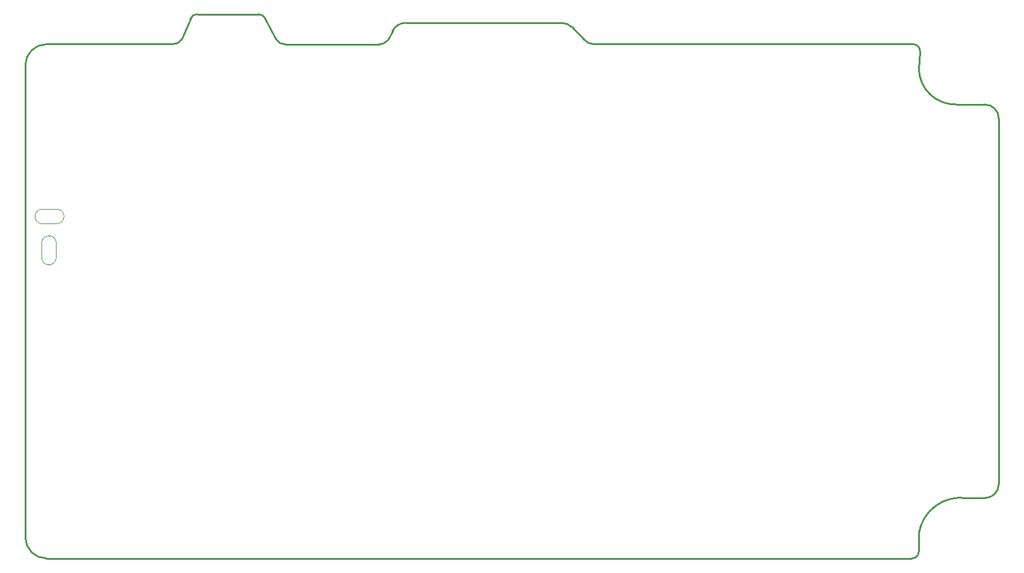
<source format=gm1>
G04 #@! TF.GenerationSoftware,KiCad,Pcbnew,8.0.6*
G04 #@! TF.CreationDate,2024-11-06T00:44:51+01:00*
G04 #@! TF.ProjectId,spider2,73706964-6572-4322-9e6b-696361645f70,rev?*
G04 #@! TF.SameCoordinates,Original*
G04 #@! TF.FileFunction,Profile,NP*
%FSLAX46Y46*%
G04 Gerber Fmt 4.6, Leading zero omitted, Abs format (unit mm)*
G04 Created by KiCad (PCBNEW 8.0.6) date 2024-11-06 00:44:51*
%MOMM*%
%LPD*%
G01*
G04 APERTURE LIST*
G04 #@! TA.AperFunction,Profile*
%ADD10C,0.254000*%
G04 #@! TD*
G04 #@! TA.AperFunction,Profile*
%ADD11C,0.100000*%
G04 #@! TD*
G04 APERTURE END LIST*
D10*
X188734215Y-29941118D02*
X189348013Y-28708495D01*
X268644600Y-39091600D02*
G75*
G02*
X263394600Y-34091600I-125000J5125000D01*
G01*
X171355423Y-26912344D02*
X172935458Y-29939998D01*
X272644600Y-39091600D02*
G75*
G02*
X274644600Y-41091600I0J-2000000D01*
G01*
X188734215Y-29941118D02*
G75*
G02*
X187470000Y-30610005I-1190015J720018D01*
G01*
X174199673Y-30608880D02*
X187470000Y-30610000D01*
X263394600Y-102091600D02*
X263394600Y-99591600D01*
X263394600Y-102091600D02*
G75*
G02*
X262394600Y-103091600I-1000000J0D01*
G01*
X160894802Y-26993677D02*
G75*
G02*
X161819244Y-26375041I924398J-381323D01*
G01*
X137644600Y-33590572D02*
G75*
G02*
X140643571Y-30590600I3000000J-28D01*
G01*
D11*
X143092894Y-54857106D02*
X143092894Y-54900000D01*
X143092894Y-54900000D02*
G75*
G02*
X142092894Y-55899994I-999994J0D01*
G01*
D10*
X270144600Y-94591600D02*
X272644600Y-94591600D01*
X159689540Y-29915593D02*
G75*
G02*
X158425325Y-30584472I-1189940J719893D01*
G01*
D11*
X139007106Y-54857106D02*
X139007106Y-54900000D01*
D10*
X159689540Y-29915593D02*
X160894802Y-26993677D01*
D11*
X140007106Y-55900000D02*
G75*
G02*
X139007100Y-54900000I-6J1000000D01*
G01*
D10*
X262570799Y-30591425D02*
G75*
G02*
X263568032Y-31662668I-199J-999975D01*
G01*
X140644600Y-103091600D02*
X262394600Y-103091600D01*
X274644600Y-92591600D02*
X274644600Y-41091600D01*
D11*
X139007106Y-54857106D02*
G75*
G02*
X140007106Y-53857106I999994J6D01*
G01*
D10*
X170468885Y-26375000D02*
G75*
G02*
X171355435Y-26912338I15J-1000000D01*
G01*
X140644600Y-103091600D02*
G75*
G02*
X137644600Y-100091600I0J3000000D01*
G01*
X217579797Y-30584101D02*
G75*
G02*
X216293038Y-29959722I26103J1691901D01*
G01*
D11*
X139949999Y-58607107D02*
G75*
G02*
X140949999Y-57607099I1000001J7D01*
G01*
D10*
X140643571Y-30590572D02*
X158425325Y-30584475D01*
D11*
X139949999Y-60692895D02*
X139949999Y-58607107D01*
X140949999Y-61692895D02*
G75*
G02*
X139950005Y-60692895I1J999995D01*
G01*
D10*
X174199673Y-30608880D02*
G75*
G02*
X172935491Y-29939978I-74173J1388880D01*
G01*
X263394600Y-99591600D02*
G75*
G02*
X270144601Y-94591600I5875000J-875000D01*
G01*
D11*
X140992893Y-57607107D02*
X140949999Y-57607107D01*
D10*
X189348013Y-28708495D02*
G75*
G02*
X191138325Y-27600023I1790287J-891505D01*
G01*
X217579797Y-30584101D02*
X262570799Y-30591425D01*
X161819244Y-26375000D02*
X170468885Y-26375000D01*
X137644600Y-33590572D02*
X137644600Y-100091600D01*
X213136100Y-27600000D02*
G75*
G02*
X214562876Y-28198461I0J-2000000D01*
G01*
X191138325Y-27600000D02*
X213136100Y-27600000D01*
X263568095Y-31662672D02*
X263394600Y-34091600D01*
D11*
X141992893Y-60692895D02*
X141992893Y-58607107D01*
X141992893Y-60692895D02*
G75*
G02*
X140992893Y-61692893I-999993J-5D01*
G01*
X142092894Y-55900000D02*
X140007106Y-55900000D01*
X140992893Y-61692895D02*
X140949999Y-61692895D01*
X142092894Y-53857106D02*
X140007106Y-53857106D01*
X142092894Y-53857106D02*
G75*
G02*
X143092894Y-54857106I6J-999994D01*
G01*
D10*
X274644600Y-92591600D02*
G75*
G02*
X272644600Y-94591600I-2000000J0D01*
G01*
X268644600Y-39091600D02*
X272644600Y-39091600D01*
D11*
X140992893Y-57607107D02*
G75*
G02*
X141992893Y-58607107I7J-999993D01*
G01*
D10*
X214562876Y-28198461D02*
X216293008Y-29959747D01*
M02*

</source>
